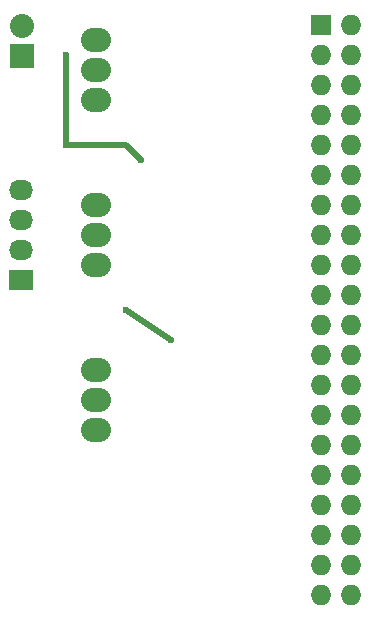
<source format=gbr>
G04 #@! TF.FileFunction,Copper,L2,Bot,Signal*
%FSLAX46Y46*%
G04 Gerber Fmt 4.6, Leading zero omitted, Abs format (unit mm)*
G04 Created by KiCad (PCBNEW 4.0.5+dfsg1-4) date Sun Aug 13 19:07:22 2017*
%MOMM*%
%LPD*%
G01*
G04 APERTURE LIST*
%ADD10C,0.100000*%
%ADD11R,1.727200X1.727200*%
%ADD12O,1.727200X1.727200*%
%ADD13R,2.032000X1.727200*%
%ADD14O,2.032000X1.727200*%
%ADD15R,2.032000X2.032000*%
%ADD16O,2.032000X2.032000*%
%ADD17O,2.540000X2.032000*%
%ADD18C,0.600000*%
%ADD19C,0.500000*%
G04 APERTURE END LIST*
D10*
D11*
X92710000Y-101600000D03*
D12*
X95250000Y-101600000D03*
X92710000Y-104140000D03*
X95250000Y-104140000D03*
X92710000Y-106680000D03*
X95250000Y-106680000D03*
X92710000Y-109220000D03*
X95250000Y-109220000D03*
X92710000Y-111760000D03*
X95250000Y-111760000D03*
X92710000Y-114300000D03*
X95250000Y-114300000D03*
X92710000Y-116840000D03*
X95250000Y-116840000D03*
X92710000Y-119380000D03*
X95250000Y-119380000D03*
X92710000Y-121920000D03*
X95250000Y-121920000D03*
X92710000Y-124460000D03*
X95250000Y-124460000D03*
X92710000Y-127000000D03*
X95250000Y-127000000D03*
X92710000Y-129540000D03*
X95250000Y-129540000D03*
X92710000Y-132080000D03*
X95250000Y-132080000D03*
X92710000Y-134620000D03*
X95250000Y-134620000D03*
X92710000Y-137160000D03*
X95250000Y-137160000D03*
X92710000Y-139700000D03*
X95250000Y-139700000D03*
X92710000Y-142240000D03*
X95250000Y-142240000D03*
X92710000Y-144780000D03*
X95250000Y-144780000D03*
X92710000Y-147320000D03*
X95250000Y-147320000D03*
X92710000Y-149860000D03*
X95250000Y-149860000D03*
D13*
X67310000Y-123190000D03*
D14*
X67310000Y-120650000D03*
X67310000Y-118110000D03*
X67310000Y-115570000D03*
D15*
X67386200Y-104241600D03*
D16*
X67386200Y-101701600D03*
D17*
X73660000Y-133350000D03*
X73660000Y-135890000D03*
X73660000Y-130810000D03*
X73660000Y-119380000D03*
X73660000Y-121920000D03*
X73660000Y-116840000D03*
X73660000Y-105410000D03*
X73660000Y-107950000D03*
X73660000Y-102870000D03*
D18*
X77470000Y-113030000D03*
X76200000Y-125730000D03*
X80010000Y-128270000D03*
X71120000Y-111760000D03*
X71120000Y-104140000D03*
D19*
X71120000Y-111760000D02*
X76200000Y-111760000D01*
X76200000Y-111760000D02*
X77470000Y-113030000D01*
X76200000Y-125730000D02*
X80010000Y-128270000D01*
X71120000Y-104140000D02*
X71120000Y-111760000D01*
M02*

</source>
